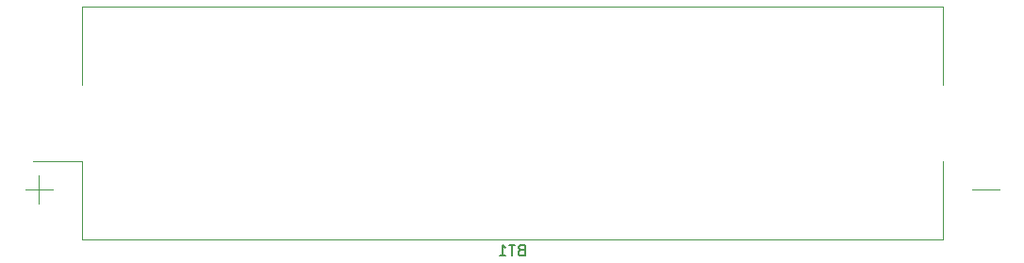
<source format=gbr>
%TF.GenerationSoftware,KiCad,Pcbnew,7.0.7*%
%TF.CreationDate,2023-11-04T11:15:44-05:00*%
%TF.ProjectId,proyectointroducci_n,70726f79-6563-4746-9f69-6e74726f6475,rev?*%
%TF.SameCoordinates,Original*%
%TF.FileFunction,Legend,Bot*%
%TF.FilePolarity,Positive*%
%FSLAX46Y46*%
G04 Gerber Fmt 4.6, Leading zero omitted, Abs format (unit mm)*
G04 Created by KiCad (PCBNEW 7.0.7) date 2023-11-04 11:15:44*
%MOMM*%
%LPD*%
G01*
G04 APERTURE LIST*
%ADD10C,0.150000*%
%ADD11C,0.120000*%
G04 APERTURE END LIST*
D10*
X75375714Y-138811009D02*
X75232857Y-138858628D01*
X75232857Y-138858628D02*
X75185238Y-138906247D01*
X75185238Y-138906247D02*
X75137619Y-139001485D01*
X75137619Y-139001485D02*
X75137619Y-139144342D01*
X75137619Y-139144342D02*
X75185238Y-139239580D01*
X75185238Y-139239580D02*
X75232857Y-139287200D01*
X75232857Y-139287200D02*
X75328095Y-139334819D01*
X75328095Y-139334819D02*
X75709047Y-139334819D01*
X75709047Y-139334819D02*
X75709047Y-138334819D01*
X75709047Y-138334819D02*
X75375714Y-138334819D01*
X75375714Y-138334819D02*
X75280476Y-138382438D01*
X75280476Y-138382438D02*
X75232857Y-138430057D01*
X75232857Y-138430057D02*
X75185238Y-138525295D01*
X75185238Y-138525295D02*
X75185238Y-138620533D01*
X75185238Y-138620533D02*
X75232857Y-138715771D01*
X75232857Y-138715771D02*
X75280476Y-138763390D01*
X75280476Y-138763390D02*
X75375714Y-138811009D01*
X75375714Y-138811009D02*
X75709047Y-138811009D01*
X74851904Y-138334819D02*
X74280476Y-138334819D01*
X74566190Y-139334819D02*
X74566190Y-138334819D01*
X73423333Y-139334819D02*
X73994761Y-139334819D01*
X73709047Y-139334819D02*
X73709047Y-138334819D01*
X73709047Y-138334819D02*
X73804285Y-138477676D01*
X73804285Y-138477676D02*
X73899523Y-138572914D01*
X73899523Y-138572914D02*
X73994761Y-138620533D01*
D11*
%TO.C,BT1*%
X30840000Y-133380000D02*
X33340000Y-133380000D01*
X32090000Y-132130000D02*
X32090000Y-134630000D01*
X35950000Y-116940000D02*
X35950000Y-123940000D01*
X35950000Y-130820000D02*
X31590000Y-130820000D01*
X35950000Y-137820000D02*
X35950000Y-130820000D01*
X113230000Y-116940000D02*
X35950000Y-116940000D01*
X113230000Y-123940000D02*
X113230000Y-116940000D01*
X113230000Y-130820000D02*
X113230000Y-137800000D01*
X113230000Y-137820000D02*
X35950000Y-137820000D01*
X118340000Y-133380000D02*
X115840000Y-133380000D01*
%TD*%
M02*

</source>
